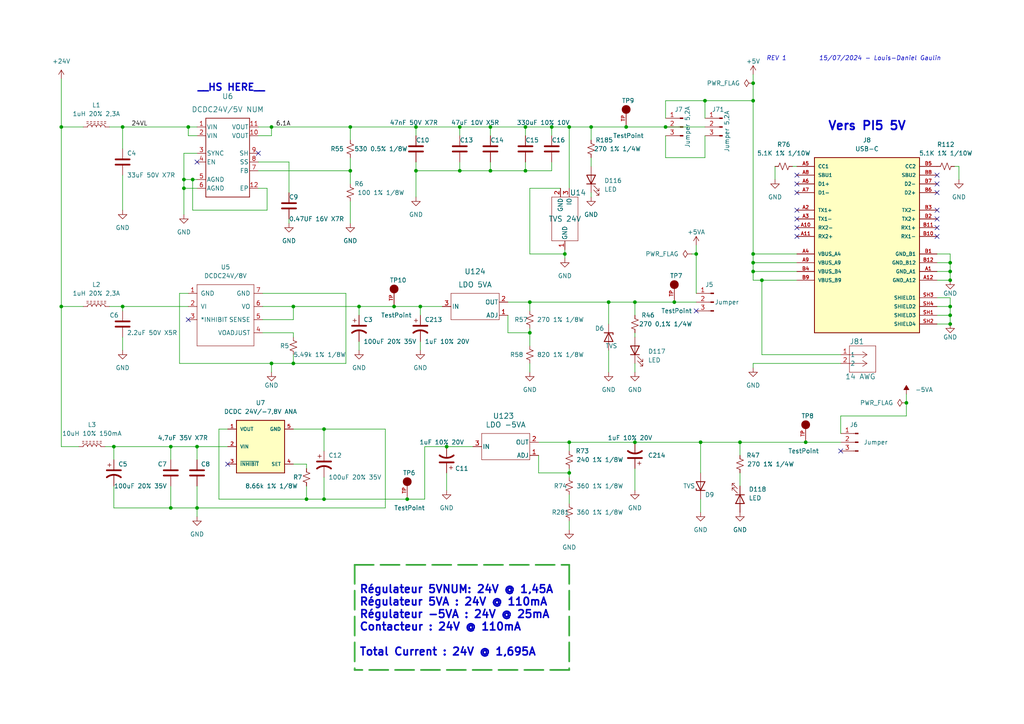
<source format=kicad_sch>
(kicad_sch (version 20211123) (generator eeschema)
  (paper "A4")
  (junction (at 49.53 147.32))
  (junction (at 88.9 144.78))
  (junction (at 218.44 76.2))
  (junction (at 129.54 129.54))
  (junction (at 120.65 49.53))
  (junction (at 218.44 78.74))
  (junction (at 35.56 36.83))
  (junction (at 142.24 36.83))
  (junction (at 181.61 36.83))
  (junction (at 152.4 49.53))
  (junction (at 55.88 52.07))
  (junction (at 133.35 49.53))
  (junction (at 193.04 36.83))
  (junction (at 163.83 73.66))
  (junction (at 275.59 76.2))
  (junction (at 93.98 124.46))
  (junction (at 275.59 78.74))
  (junction (at 57.15 129.54))
  (junction (at 184.15 87.63))
  (junction (at 275.59 88.9))
  (junction (at 35.56 88.9))
  (junction (at 133.35 36.83))
  (junction (at 275.59 81.28))
  (junction (at 142.24 49.53))
  (junction (at 101.6 49.53))
  (junction (at 275.59 93.98))
  (junction (at 165.1 128.27))
  (junction (at 57.15 147.32))
  (junction (at 153.67 96.52))
  (junction (at 114.3 88.9))
  (junction (at 214.63 128.27))
  (junction (at 195.58 87.63))
  (junction (at 54.61 36.83))
  (junction (at 218.44 73.66))
  (junction (at 152.4 36.83))
  (junction (at 118.11 144.78))
  (junction (at 78.74 36.83))
  (junction (at 233.68 128.27))
  (junction (at 201.93 73.66))
  (junction (at 121.92 88.9))
  (junction (at 93.98 144.78))
  (junction (at 220.98 81.28))
  (junction (at 204.47 29.21))
  (junction (at 218.44 24.13))
  (junction (at 49.53 129.54))
  (junction (at 53.34 52.07))
  (junction (at 165.1 137.16))
  (junction (at 165.1 36.83))
  (junction (at 160.02 36.83))
  (junction (at 153.67 87.63))
  (junction (at 203.2 128.27))
  (junction (at 33.02 129.54))
  (junction (at 218.44 29.21))
  (junction (at 85.09 88.9))
  (junction (at 17.78 36.83))
  (junction (at 120.65 36.83))
  (junction (at 171.45 36.83))
  (junction (at 78.74 105.41))
  (junction (at 101.6 36.83))
  (junction (at 17.78 88.9))
  (junction (at 176.53 87.63))
  (junction (at 53.34 54.61))
  (junction (at 85.09 105.41))
  (junction (at 104.14 88.9))
  (junction (at 184.15 128.27))
  (junction (at 275.59 91.44))
  (junction (at 262.89 116.84))
  (no_connect (at 74.93 44.45))
  (no_connect (at 271.78 63.5))
  (no_connect (at 271.78 66.04))
  (no_connect (at 231.14 63.5))
  (no_connect (at 57.15 46.99))
  (no_connect (at 271.78 55.88))
  (no_connect (at 271.78 60.96))
  (no_connect (at 66.04 134.62))
  (no_connect (at 243.84 130.81))
  (no_connect (at 54.61 92.71))
  (no_connect (at 231.14 60.96))
  (no_connect (at 231.14 53.34))
  (no_connect (at 271.78 50.8))
  (no_connect (at 231.14 50.8))
  (no_connect (at 231.14 66.04))
  (no_connect (at 271.78 53.34))
  (no_connect (at 201.93 90.17))
  (no_connect (at 231.14 68.58))
  (no_connect (at 231.14 55.88))
  (no_connect (at 271.78 68.58))
  (wire (pts (xy 31.75 88.9) (xy 35.56 88.9)))
  (wire (pts (xy 118.11 144.78) (xy 123.19 144.78)))
  (wire (pts (xy 184.15 96.52) (xy 184.15 97.79)))
  (wire (pts (xy 152.4 49.53) (xy 142.24 49.53)))
  (wire (pts (xy 53.34 54.61) (xy 53.34 62.23)))
  (wire (pts (xy 120.65 36.83) (xy 133.35 36.83)))
  (wire (pts (xy 184.15 105.41) (xy 184.15 107.95)))
  (wire (pts (xy 271.78 86.36) (xy 275.59 86.36)))
  (wire (pts (xy 142.24 39.37) (xy 142.24 36.83)))
  (wire (pts (xy 78.74 36.83) (xy 101.6 36.83)))
  (wire (pts (xy 152.4 49.53) (xy 160.02 49.53)))
  (wire (pts (xy 120.65 46.99) (xy 120.65 49.53)))
  (wire (pts (xy 53.34 54.61) (xy 57.15 54.61)))
  (wire (pts (xy 33.02 147.32) (xy 49.53 147.32)))
  (wire (pts (xy 57.15 140.97) (xy 57.15 147.32)))
  (wire (pts (xy 218.44 78.74) (xy 231.14 78.74)))
  (wire (pts (xy 78.74 105.41) (xy 78.74 107.95)))
  (wire (pts (xy 165.1 151.13) (xy 165.1 153.67)))
  (wire (pts (xy 165.1 135.89) (xy 165.1 137.16)))
  (wire (pts (xy 85.09 134.62) (xy 88.9 134.62)))
  (wire (pts (xy 152.4 36.83) (xy 160.02 36.83)))
  (wire (pts (xy 204.47 29.21) (xy 218.44 29.21)))
  (wire (pts (xy 218.44 76.2) (xy 231.14 76.2)))
  (wire (pts (xy 57.15 129.54) (xy 66.04 129.54)))
  (wire (pts (xy 129.54 129.54) (xy 137.16 129.54)))
  (wire (pts (xy 49.53 140.97) (xy 49.53 147.32)))
  (wire (pts (xy 156.21 137.16) (xy 165.1 137.16)))
  (wire (pts (xy 55.88 52.07) (xy 57.15 52.07)))
  (wire (pts (xy 57.15 39.37) (xy 54.61 39.37)))
  (wire (pts (xy 243.84 105.41) (xy 218.44 105.41)))
  (wire (pts (xy 153.67 87.63) (xy 176.53 87.63)))
  (wire (pts (xy 35.56 88.9) (xy 35.56 90.17)))
  (wire (pts (xy 153.67 96.52) (xy 153.67 100.33)))
  (wire (pts (xy 63.5 144.78) (xy 88.9 144.78)))
  (wire (pts (xy 275.59 93.98) (xy 271.78 93.98)))
  (wire (pts (xy 271.78 81.28) (xy 275.59 81.28)))
  (wire (pts (xy 88.9 144.78) (xy 88.9 140.97)))
  (wire (pts (xy 171.45 36.83) (xy 181.61 36.83)))
  (wire (pts (xy 85.09 92.71) (xy 85.09 88.9)))
  (wire (pts (xy 88.9 135.89) (xy 88.9 134.62)))
  (wire (pts (xy 57.15 147.32) (xy 111.76 147.32)))
  (wire (pts (xy 171.45 55.88) (xy 171.45 57.15)))
  (wire (pts (xy 85.09 124.46) (xy 93.98 124.46)))
  (wire (pts (xy 271.78 76.2) (xy 275.59 76.2)))
  (polyline (pts (xy 165.1 194.31) (xy 102.87 194.31)) (stroke (width 0.5) (type dash) (color 56 168 58 1)))
  (wire (pts (xy 54.61 85.09) (xy 52.07 85.09)))
  (wire (pts (xy 49.53 129.54) (xy 49.53 133.35)))
  (wire (pts (xy 229.87 48.26) (xy 231.14 48.26)))
  (wire (pts (xy 74.93 49.53) (xy 101.6 49.53)))
  (wire (pts (xy 76.2 88.9) (xy 85.09 88.9)))
  (wire (pts (xy 193.04 45.72) (xy 193.04 39.37)))
  (wire (pts (xy 184.15 87.63) (xy 184.15 91.44)))
  (wire (pts (xy 85.09 88.9) (xy 104.14 88.9)))
  (wire (pts (xy 85.09 97.79) (xy 85.09 96.52)))
  (wire (pts (xy 104.14 99.06) (xy 104.14 101.6)))
  (wire (pts (xy 220.98 102.87) (xy 243.84 102.87)))
  (wire (pts (xy 53.34 52.07) (xy 55.88 52.07)))
  (wire (pts (xy 201.93 73.66) (xy 201.93 85.09)))
  (wire (pts (xy 171.45 45.72) (xy 171.45 48.26)))
  (wire (pts (xy 275.59 88.9) (xy 275.59 91.44)))
  (wire (pts (xy 76.2 96.52) (xy 85.09 96.52)))
  (wire (pts (xy 33.02 140.97) (xy 33.02 147.32)))
  (wire (pts (xy 52.07 85.09) (xy 52.07 105.41)))
  (wire (pts (xy 218.44 105.41) (xy 218.44 106.68)))
  (wire (pts (xy 54.61 39.37) (xy 54.61 36.83)))
  (wire (pts (xy 275.59 73.66) (xy 275.59 76.2)))
  (wire (pts (xy 156.21 128.27) (xy 165.1 128.27)))
  (wire (pts (xy 57.15 44.45) (xy 53.34 44.45)))
  (wire (pts (xy 275.59 86.36) (xy 275.59 88.9)))
  (wire (pts (xy 120.65 49.53) (xy 120.65 57.15)))
  (wire (pts (xy 133.35 39.37) (xy 133.35 36.83)))
  (wire (pts (xy 218.44 78.74) (xy 218.44 81.28)))
  (wire (pts (xy 85.09 105.41) (xy 100.33 105.41)))
  (wire (pts (xy 214.63 128.27) (xy 214.63 132.08)))
  (wire (pts (xy 30.48 129.54) (xy 33.02 129.54)))
  (wire (pts (xy 220.98 81.28) (xy 231.14 81.28)))
  (wire (pts (xy 275.59 76.2) (xy 275.59 78.74)))
  (wire (pts (xy 201.93 73.66) (xy 200.66 73.66)))
  (wire (pts (xy 153.67 87.63) (xy 153.67 90.17)))
  (wire (pts (xy 262.89 114.3) (xy 262.89 116.84)))
  (wire (pts (xy 17.78 36.83) (xy 17.78 88.9)))
  (wire (pts (xy 83.82 55.88) (xy 83.82 46.99)))
  (wire (pts (xy 152.4 46.99) (xy 152.4 49.53)))
  (wire (pts (xy 111.76 124.46) (xy 111.76 147.32)))
  (wire (pts (xy 243.84 125.73) (xy 243.84 120.65)))
  (wire (pts (xy 54.61 36.83) (xy 57.15 36.83)))
  (wire (pts (xy 83.82 46.99) (xy 74.93 46.99)))
  (wire (pts (xy 271.78 73.66) (xy 275.59 73.66)))
  (wire (pts (xy 53.34 52.07) (xy 53.34 54.61)))
  (wire (pts (xy 218.44 73.66) (xy 231.14 73.66)))
  (wire (pts (xy 218.44 76.2) (xy 218.44 78.74)))
  (wire (pts (xy 88.9 144.78) (xy 93.98 144.78)))
  (wire (pts (xy 220.98 81.28) (xy 220.98 102.87)))
  (wire (pts (xy 218.44 73.66) (xy 218.44 76.2)))
  (wire (pts (xy 93.98 144.78) (xy 118.11 144.78)))
  (wire (pts (xy 163.83 73.66) (xy 163.83 72.39)))
  (wire (pts (xy 163.83 74.93) (xy 163.83 73.66)))
  (wire (pts (xy 76.2 92.71) (xy 85.09 92.71)))
  (wire (pts (xy 100.33 85.09) (xy 100.33 105.41)))
  (wire (pts (xy 275.59 91.44) (xy 275.59 93.98)))
  (wire (pts (xy 184.15 128.27) (xy 203.2 128.27)))
  (wire (pts (xy 204.47 39.37) (xy 204.47 45.72)))
  (wire (pts (xy 17.78 129.54) (xy 22.86 129.54)))
  (wire (pts (xy 218.44 24.13) (xy 218.44 29.21)))
  (wire (pts (xy 78.74 105.41) (xy 85.09 105.41)))
  (wire (pts (xy 133.35 36.83) (xy 142.24 36.83)))
  (wire (pts (xy 121.92 88.9) (xy 128.27 88.9)))
  (wire (pts (xy 53.34 44.45) (xy 53.34 52.07)))
  (wire (pts (xy 214.63 128.27) (xy 233.68 128.27)))
  (wire (pts (xy 165.1 143.51) (xy 165.1 146.05)))
  (wire (pts (xy 214.63 137.16) (xy 214.63 140.97)))
  (wire (pts (xy 262.89 120.65) (xy 262.89 116.84)))
  (wire (pts (xy 121.92 91.44) (xy 121.92 88.9)))
  (wire (pts (xy 93.98 138.43) (xy 93.98 144.78)))
  (wire (pts (xy 66.04 124.46) (xy 63.5 124.46)))
  (wire (pts (xy 101.6 45.72) (xy 101.6 49.53)))
  (wire (pts (xy 224.79 48.26) (xy 224.79 52.07)))
  (wire (pts (xy 104.14 88.9) (xy 114.3 88.9)))
  (wire (pts (xy 204.47 29.21) (xy 204.47 34.29)))
  (wire (pts (xy 165.1 36.83) (xy 165.1 54.61)))
  (wire (pts (xy 133.35 49.53) (xy 142.24 49.53)))
  (wire (pts (xy 165.1 128.27) (xy 184.15 128.27)))
  (wire (pts (xy 218.44 21.59) (xy 218.44 24.13)))
  (wire (pts (xy 203.2 128.27) (xy 203.2 137.16)))
  (wire (pts (xy 120.65 36.83) (xy 120.65 39.37)))
  (wire (pts (xy 35.56 88.9) (xy 54.61 88.9)))
  (wire (pts (xy 35.56 60.96) (xy 35.56 50.8)))
  (wire (pts (xy 181.61 36.83) (xy 193.04 36.83)))
  (wire (pts (xy 162.56 54.61) (xy 153.67 54.61)))
  (wire (pts (xy 142.24 36.83) (xy 152.4 36.83)))
  (wire (pts (xy 85.09 102.87) (xy 85.09 105.41)))
  (wire (pts (xy 57.15 129.54) (xy 57.15 133.35)))
  (wire (pts (xy 55.88 60.96) (xy 55.88 52.07)))
  (wire (pts (xy 147.32 87.63) (xy 153.67 87.63)))
  (wire (pts (xy 101.6 36.83) (xy 120.65 36.83)))
  (wire (pts (xy 52.07 105.41) (xy 78.74 105.41)))
  (wire (pts (xy 160.02 46.99) (xy 160.02 49.53)))
  (wire (pts (xy 171.45 36.83) (xy 171.45 40.64)))
  (wire (pts (xy 218.44 29.21) (xy 218.44 73.66)))
  (wire (pts (xy 142.24 46.99) (xy 142.24 49.53)))
  (wire (pts (xy 243.84 120.65) (xy 262.89 120.65)))
  (wire (pts (xy 153.67 54.61) (xy 153.67 73.66)))
  (wire (pts (xy 35.56 97.79) (xy 35.56 101.6)))
  (wire (pts (xy 220.98 81.28) (xy 218.44 81.28)))
  (wire (pts (xy 195.58 87.63) (xy 201.93 87.63)))
  (wire (pts (xy 17.78 88.9) (xy 17.78 129.54)))
  (wire (pts (xy 193.04 29.21) (xy 204.47 29.21)))
  (wire (pts (xy 176.53 101.6) (xy 176.53 107.95)))
  (polyline (pts (xy 102.87 163.83) (xy 102.87 194.31)) (stroke (width 0.5) (type dash) (color 56 168 58 1)))
  (wire (pts (xy 57.15 147.32) (xy 57.15 149.86)))
  (wire (pts (xy 160.02 36.83) (xy 165.1 36.83)))
  (wire (pts (xy 184.15 87.63) (xy 195.58 87.63)))
  (polyline (pts (xy 102.87 163.83) (xy 165.1 163.83)) (stroke (width 0.5) (type dash) (color 56 168 58 1)))
  (wire (pts (xy 77.47 60.96) (xy 55.88 60.96)))
  (wire (pts (xy 74.93 36.83) (xy 78.74 36.83)))
  (wire (pts (xy 160.02 36.83) (xy 160.02 39.37)))
  (wire (pts (xy 275.59 78.74) (xy 275.59 81.28)))
  (wire (pts (xy 123.19 129.54) (xy 129.54 129.54)))
  (wire (pts (xy 165.1 36.83) (xy 171.45 36.83)))
  (wire (pts (xy 101.6 58.42) (xy 101.6 64.77)))
  (wire (pts (xy 49.53 147.32) (xy 57.15 147.32)))
  (wire (pts (xy 147.32 91.44) (xy 147.32 96.52)))
  (wire (pts (xy 104.14 88.9) (xy 104.14 91.44)))
  (wire (pts (xy 165.1 128.27) (xy 165.1 130.81)))
  (wire (pts (xy 203.2 128.27) (xy 214.63 128.27)))
  (wire (pts (xy 193.04 36.83) (xy 204.47 36.83)))
  (wire (pts (xy 93.98 124.46) (xy 93.98 130.81)))
  (wire (pts (xy 204.47 45.72) (xy 193.04 45.72)))
  (wire (pts (xy 133.35 46.99) (xy 133.35 49.53)))
  (wire (pts (xy 153.67 95.25) (xy 153.67 96.52)))
  (wire (pts (xy 156.21 132.08) (xy 156.21 137.16)))
  (wire (pts (xy 165.1 137.16) (xy 165.1 138.43)))
  (wire (pts (xy 271.78 91.44) (xy 275.59 91.44)))
  (wire (pts (xy 101.6 36.83) (xy 101.6 40.64)))
  (wire (pts (xy 74.93 39.37) (xy 78.74 39.37)))
  (wire (pts (xy 17.78 88.9) (xy 24.13 88.9)))
  (wire (pts (xy 176.53 87.63) (xy 176.53 93.98)))
  (wire (pts (xy 278.13 48.26) (xy 278.13 52.07)))
  (wire (pts (xy 101.6 49.53) (xy 101.6 53.34)))
  (wire (pts (xy 31.75 36.83) (xy 35.56 36.83)))
  (wire (pts (xy 35.56 36.83) (xy 35.56 43.18)))
  (wire (pts (xy 17.78 36.83) (xy 24.13 36.83)))
  (wire (pts (xy 78.74 39.37) (xy 78.74 36.83)))
  (wire (pts (xy 120.65 49.53) (xy 133.35 49.53)))
  (wire (pts (xy 193.04 34.29) (xy 193.04 29.21)))
  (wire (pts (xy 233.68 128.27) (xy 243.84 128.27)))
  (polyline (pts (xy 165.1 163.83) (xy 165.1 194.31)) (stroke (width 0.5) (type dash) (color 56 168 58 1)))
  (wire (pts (xy 114.3 88.9) (xy 121.92 88.9)))
  (wire (pts (xy 176.53 87.63) (xy 184.15 87.63)))
  (wire (pts (xy 184.15 135.89) (xy 184.15 142.24)))
  (wire (pts (xy 271.78 78.74) (xy 275.59 78.74)))
  (wire (pts (xy 83.82 63.5) (xy 83.82 64.77)))
  (wire (pts (xy 201.93 71.12) (xy 201.93 73.66)))
  (wire (pts (xy 49.53 129.54) (xy 57.15 129.54)))
  (wire (pts (xy 33.02 133.35) (xy 33.02 129.54)))
  (wire (pts (xy 63.5 124.46) (xy 63.5 144.78)))
  (wire (pts (xy 121.92 99.06) (xy 121.92 101.6)))
  (wire (pts (xy 147.32 96.52) (xy 153.67 96.52)))
  (wire (pts (xy 129.54 137.16) (xy 129.54 142.24)))
  (wire (pts (xy 76.2 85.09) (xy 100.33 85.09)))
  (wire (pts (xy 77.47 54.61) (xy 77.47 60.96)))
  (wire (pts (xy 276.86 48.26) (xy 278.13 48.26)))
  (wire (pts (xy 152.4 39.37) (xy 152.4 36.83)))
  (wire (pts (xy 77.47 54.61) (xy 74.93 54.61)))
  (wire (pts (xy 153.67 105.41) (xy 153.67 107.95)))
  (wire (pts (xy 33.02 129.54) (xy 49.53 129.54)))
  (wire (pts (xy 203.2 144.78) (xy 203.2 148.59)))
  (wire (pts (xy 93.98 124.46) (xy 111.76 124.46)))
  (wire (pts (xy 153.67 73.66) (xy 163.83 73.66)))
  (wire (pts (xy 123.19 144.78) (xy 123.19 129.54)))
  (wire (pts (xy 35.56 36.83) (xy 54.61 36.83)))
  (wire (pts (xy 271.78 88.9) (xy 275.59 88.9)))
  (wire (pts (xy 17.78 22.86) (xy 17.78 36.83)))
  (text "REV 1" (at 222.25 17.78 0) (effects (font (size 1.27 1.27) italic) (justify left bottom)))
  (text "__HS HERE__" (at 57.15 26.67 0) (effects (font (size 2 2) (thickness 0.4) bold) (justify left bottom)))
  (text "15/07/2024 - Louis-Daniel Gaulin" (at 237.49 17.78 0) (effects (font (size 1.27 1.27) italic) (justify left bottom)))
  (text "Vers PI5 5V" (at 240.03 38.1 0) (effects (font (size 2.5 2.5) (thickness 0.5) bold) (justify left bottom)))
  (text "Régulateur 5VNUM: 24V @ 1,45A\nRégulateur 5VA : 24V @ 110mA\nRégulateur -5VA : 24V @ 25mA\nContacteur : 24V @ 110mA\n\nTotal Current : 24V @ 1,695A" (at 104.14 190.5 0) (effects (font (size 2.25 2.25) (thickness 0.45) bold) (justify left bottom)))
  (label "24VL" (at 38.1 36.83 0))
  (label "6.1A" (at 80.01 36.83 0))
  (symbol (lib_id "SymLib:PTN78060WAD") (at 66.04 91.44 0) (unit 1)
    (property "Reference" "U5" (at 65.405 77.47 0))
    (property "Value" "DCDC24V/8V" (at 65.405 80.01 0))
    (property "Footprint" "FootPrintLib:PTN78060WAD" (effects hide))
    (property "DESCRIPTION" "Non-Isolated PoL Module DC DC Converter 1 Output 2.5 ~ 12.6V 3A 7V - 36V Input" (effects hide))
    (property "MANUFACTURER" "Texas Instrument" (effects hide))
    (property "PACKAGE" "7-DIP Module" (effects hide))
    (property "PART NUMBER" "PTN78060WAD" (effects hide))
    (property "TYPE" "SMD" (effects hide))
  )
  (symbol (lib_id "Device:D_Zener") (at 203.2 140.97 90) (unit 1)
    (property "Reference" "D9" (at 204.47 143.51 90) (effects (justify right)))
    (property "Value" "TVS" (at 198.12 140.97 90) (effects (justify right)))
    (property "Footprint" "FootPrint:DPY2_TEX" (effects hide))
    (property "DESCRIPTION" "TVS DIODE 5.5VWM 14VC 2X1SON" (effects hide))
    (property "MANUFACTURER" "Texas Instruments" (effects hide))
    (property "PACKAGE" "0402 (1006 Metric)" (effects hide))
    (property "PART NUMBER" "TPD1E05U06DPYR" (effects hide))
    (property "TYPE" "SMD" (effects hide))
  )
  (symbol (lib_id "power:-5VA") (at 262.89 114.3 0) (unit 1)
    (property "Reference" "#PWR035" (effects hide))
    (property "Value" "-5VA" (at 265.43 113.0299 0) (effects (justify left)))
  )
  (symbol (lib_id "Device:R_Small_US") (at 165.1 140.97 180) (unit 1)
    (property "Reference" "R74" (at 162.56 140.97 0))
    (property "Value" "360 1% 1/8W" (at 173.99 140.97 0))
    (property "Footprint" "Resistor_SMD:R_0805_2012Metric" (effects hide))
    (property "MANUFACTURER" "Panasonic Electronic Components" (effects hide))
    (property "PACKAGE" "0805 (2012 Metric)" (effects hide))
    (property "PART NUMBER" "ERJ-6ENF3600V" (effects hide))
    (property "TYPE" "SMD" (effects hide))
    (property "DESCRIPTION" "360 Ohms ±1% 0.125W, 1/8W Chip Resistor 0805 (2012 Metric) Automotive AEC-Q200 Thick Film" (effects hide))
  )
  (symbol (lib_id "power:+24V") (at 17.78 22.86 0) (unit 1)
    (property "Reference" "#PWR019" (effects hide))
    (property "Value" "+24V" (at 17.78 17.78 0))
  )
  (symbol (lib_id "power:GND") (at 184.15 107.95 0) (unit 1)
    (property "Reference" "#PWR0343" (effects hide))
    (property "Value" "GND" (at 184.15 113.03 0))
  )
  (symbol (lib_id "Device:C") (at 35.56 93.98 0) (unit 1)
    (property "Reference" "C6" (at 31.75 91.44 0) (effects (justify left)))
    (property "Value" "2.2uF 50V X5R" (at 36.83 96.52 0) (effects (justify left)))
    (property "Footprint" "Capacitor_SMD:C_0805_2012Metric" (effects hide))
    (property "MANUFACTURER" "Murata Electronics" (effects hide))
    (property "PACKAGE" "0805 (2012 Metric)" (effects hide))
    (property "PART NUMBER" "GRT21BR61H225KE13L" (effects hide))
    (property "TYPE" "SMD" (effects hide))
    (property "DESCRIPTION" "2.2 µF ±10% 50V Ceramic Capacitor X5R 0805 (2012 Metric)" (effects hide))
  )
  (symbol (lib_id "SymLib:5005") (at 118.11 139.7 90) (unit 1)
    (property "Reference" "TP6" (at 116.84 137.16 90) (effects (justify right)))
    (property "Value" "TestPoint" (at 114.3 147.32 90) (effects (justify right)))
    (property "Footprint" "FootPrint:KEYSTONE_5005" (effects hide))
    (property "MF" "Keystone Electronics" (effects hide))
    (property "DESCRIPTION" "PC TEST POINT COMPACT RED" (effects hide))
    (property "PACKAGE" "0.125\" Dia x 0.220\" L " (effects hide))
    (property "PRICE" "None" (effects hide))
    (property "MP" "5005" (effects hide))
    (property "AVAILABILITY" "In Stock" (effects hide))
    (property "MANUFACTURER" "Keystone Electronics" (effects hide))
    (property "PART NUMBER" "5005" (effects hide))
    (property "TYPE" "Through Hole" (effects hide))
    (property "NOTES" "DO NOT POPULATE" (effects hide))
  )
  (symbol (lib_id "Device:R_Small_US") (at 153.67 102.87 180) (unit 1)
    (property "Reference" "R58" (at 149.86 102.87 0))
    (property "Value" "820 1% 1/8W" (at 162.56 102.87 0))
    (property "Footprint" "Resistor_SMD:R_0805_2012Metric" (effects hide))
    (property "MANUFACTURER" "Panasonic Electronic Components" (effects hide))
    (property "PACKAGE" "0805 (2012 Metric)" (effects hide))
    (property "PART NUMBER" "ERJ-6ENF8200V" (effects hide))
    (property "TYPE" "SMD" (effects hide))
    (property "DESCRIPTION" "820 Ohms ±1% 0.125W, 1/8W Chip Resistor 0805 (2012 Metric) Automotive AEC-Q200 Thick Film" (effects hide))
  )
  (symbol (lib_id "Device:R_Small_US") (at 171.45 43.18 180) (unit 1)
    (property "Reference" "R185" (at 175.26 40.64 0))
    (property "Value" "270 1% 1/4W" (at 179.07 43.18 0))
    (property "Footprint" "Resistor_SMD:R_0805_2012Metric" (effects hide))
    (property "MANUFACTURER" "Panasonic Electronic Components" (effects hide))
    (property "PACKAGE" "0805 (2012 Metric)" (effects hide))
    (property "PART NUMBER" "ERJ-PB6B2700V" (effects hide))
    (property "TYPE" "SMD" (effects hide))
    (property "DESCRIPTION" "270 Ohms ±0.1% 0.25W, 1/4W Chip Resistor 0805 (2012 Metric) Automotive AEC-Q200, Pulse Withstanding Thick Film" (effects hide))
  )
  (symbol (lib_id "SymLib:LM338T_NOPB") (at 109.22 87.63 0) (unit 1)
    (property "Reference" "U124" (at 137.795 78.74 0) (effects (font (size 1.524 1.524))))
    (property "Value" "LDO 5VA" (at 137.795 82.55 0) (effects (font (size 1.524 1.524))))
    (property "Footprint" "FootPrintLib:T03B_TEX" (effects hide))
    (property "Datasheet" "LM338T/NOPB" (effects hide))
    (property "DESCRIPTION" "Linear Voltage Regulator IC Positive Adjustable 1 Output 5A TO-220-3" (effects hide))
    (property "MANUFACTURER" "Texas Instrument" (effects hide))
    (property "PACKAGE" "TO-220-3" (effects hide))
    (property "PART NUMBER" "LM338T/NOPB" (effects hide))
    (property "TYPE" "Through Hole" (effects hide))
  )
  (symbol (lib_id "power:GND") (at 83.82 64.77 0) (unit 1)
    (property "Reference" "#PWR026" (effects hide))
    (property "Value" "GND" (at 83.82 69.85 0))
  )
  (symbol (lib_id "power:+5VA") (at 201.93 71.12 0) (unit 1)
    (property "Reference" "#PWR034" (effects hide))
    (property "Value" "+5VA" (at 201.93 67.31 0))
  )
  (symbol (lib_id "Device:C_Polarized_US") (at 121.92 95.25 0) (unit 1)
    (property "Reference" "C213" (at 123.19 92.71 0) (effects (justify left)))
    (property "Value" "1uF 10% 20V" (at 123.19 99.06 0) (effects (justify left)))
    (property "Footprint" "FootPrintLib:CAPMP3216X180N" (effects hide))
    (property "MANUFACTURER" "KEMET" (effects hide))
    (property "PACKAGE" "1206 (3216 Metric)" (effects hide))
    (property "TYPE" "SMD" (effects hide))
    (property "PART NUMBER" "T491A105K020AT" (effects hide))
    (property "DESCRIPTION" "1 µF Molded Tantalum Capacitors 20 V 1206 (3216 Metric) 9Ohm" (effects hide))
  )
  (symbol (lib_id "SymLib:PTN78000AAH") (at 74.93 129.54 0) (unit 1)
    (property "Reference" "U7" (at 75.565 116.84 0))
    (property "Value" "DCDC 24V/-7,8V ANA" (at 75.565 119.38 0))
    (property "Footprint" "FootPrintLib:PTN78000" (effects hide))
    (property "DESCRIPTION" "Non-Isolated PoL Module DC DC Converter 1 Output -15 ~ -3V 1.5A 7V - 28.7V Input" (effects hide))
    (property "MANUFACTURER" "Texas Instruments" (effects hide))
    (property "PACKAGE" "5-DIP Module" (effects hide))
    (property "PART NUMBER" "PTN78000AAH" (effects hide))
    (property "TYPE" "Through Hole" (effects hide))
  )
  (symbol (lib_id "Device:C") (at 35.56 46.99 0) (unit 1)
    (property "Reference" "C4" (at 36.83 44.45 0) (effects (justify left)))
    (property "Value" "33uF 50V X7R" (at 36.83 50.8 0) (effects (justify left)))
    (property "Footprint" "FootPrintLib:CAPC6153X500N" (effects hide))
    (property "MANUFACTURER" "Murata Electronics" (effects hide))
    (property "PACKAGE" "2J-Lead" (effects hide))
    (property "PART NUMBER" "KCM55WR71H336MH01L" (effects hide))
    (property "TYPE" "Stacked SMD" (effects hide))
    (property "DESCRIPTION" "33 µF ±20% 50V Ceramic Capacitor X7R Stacked SMD, 2 J-Lead" (effects hide))
  )
  (symbol (lib_id "power:GND") (at 78.74 107.95 0) (unit 1)
    (property "Reference" "#PWR027" (effects hide))
    (property "Value" "GND" (at 78.74 111.76 0))
  )
  (symbol (lib_id "Device:C") (at 120.65 43.18 0) (unit 1)
    (property "Reference" "C10" (at 120.65 40.64 0) (effects (justify left)))
    (property "Value" "47nF 50V X7R" (at 113.03 35.56 0) (effects (justify left)))
    (property "Footprint" "Capacitor_SMD:C_1206_3216Metric" (effects hide))
    (property "MANUFACTURER" "YAGEO" (effects hide))
    (property "PACKAGE" "1206 (3216 Metric)" (effects hide))
    (property "PART NUMBER" "CC1206KRX7R9BB473" (effects hide))
    (property "TYPE" "SMD" (effects hide))
    (property "DESCRIPTION" "0.047 µF ±10% 50V Ceramic Capacitor X7R 1206 (3216 Metric)" (effects hide))
  )
  (symbol (lib_id "Device:R_Small_US") (at 184.15 93.98 180) (unit 1)
    (property "Reference" "R46" (at 187.96 91.44 0))
    (property "Value" "270 0,1% 1/4W" (at 193.04 93.98 0))
    (property "Footprint" "Resistor_SMD:R_0805_2012Metric" (effects hide))
    (property "MANUFACTURER" "Panasonic Electronic Components" (effects hide))
    (property "PACKAGE" "0805 (2012 Metric)" (effects hide))
    (property "PART NUMBER" "ERJ-PB6B2700V" (effects hide))
    (property "TYPE" "SMD" (effects hide))
    (property "DESCRIPTION" "270 Ohms ±0.1% 0.25W, 1/4W Chip Resistor 0805 (2012 Metric) Automotive AEC-Q200, Pulse Withstanding Thick Film" (effects hide))
  )
  (symbol (lib_id "power:GND") (at 218.44 106.68 0) (unit 1)
    (property "Reference" "#PWR032" (effects hide))
    (property "Value" "GND" (at 218.44 111.76 0))
  )
  (symbol (lib_id "Connector:Conn_01x03_Male") (at 207.01 87.63 0) (mirror y) (unit 1)
    (property "Reference" "J5" (at 205.74 82.55 0))
    (property "Value" "Jumper" (at 210.82 87.63 0))
    (property "Footprint" "Connector_PinHeader_2.54mm:PinHeader_1x03_P2.54mm_Vertical" (effects hide))
    (property "DESCRIPTION" "CONN HEADER VERT 3POS 2.54MM" (effects hide))
    (property "MANUFACTURER" "Würth Elektronik" (effects hide))
    (property "PACKAGE" "Square 0.100\" (2.54mm)" (effects hide))
    (property "PART NUMBER" "61300311121" (effects hide))
    (property "TYPE" "Through Hole" (effects hide))
  )
  (symbol (lib_id "Device:C") (at 57.15 137.16 0) (mirror y) (unit 1)
    (property "Reference" "C8" (at 60.96 134.62 0) (effects (justify left)))
    (property "Value" "4,7uF 35V X7R" (effects hide))
    (property "Footprint" "Capacitor_SMD:C_0805_2012Metric" (effects hide))
    (property "MANUFACTURER" "Murata Electronics" (effects hide))
    (property "PACKAGE" "0805 (2012 Metric)" (effects hide))
    (property "PART NUMBER" "GRM21BZ7YA475KE15K" (effects hide))
    (property "TYPE" "SMD" (effects hide))
    (property "DESCRIPTION" "4.7 µF ±10% 35V Ceramic Capacitor X7R 0805 (2012 Metric)" (effects hide))
  )
  (symbol (lib_id "Device:L_Ferrite") (at 27.94 36.83 90) (unit 1)
    (property "Reference" "L1" (at 27.94 30.48 90))
    (property "Value" "1uH 20% 2,3A" (at 27.94 33.02 90))
    (property "Footprint" "Inductor_SMD:L_1210_3225Metric" (effects hide))
    (property "MANUFACTURER" "Pulse Electronics" (effects hide))
    (property "PACKAGE" "1210 (3225 Metric)" (effects hide))
    (property "PART NUMBER" "BWQC003225161R0MH1" (effects hide))
    (property "TYPE" "SMD" (effects hide))
    (property "DESCRIPTION" "1 µH Unshielded Drum Core, Wirewound Inductor 2.3 A 45mOhm Max 1210 (3225 Metric)" (effects hide))
  )
  (symbol (lib_id "Device:C_Polarized_US") (at 104.14 95.25 0) (unit 1)
    (property "Reference" "C3" (at 105.41 92.71 0) (effects (justify left)))
    (property "Value" "100uF 20% 35V" (at 105.41 99.06 0) (effects (justify left)))
    (property "Footprint" "FootPrintLib:CAP_K1V101P_PAN" (effects hide))
    (property "MANUFACTURER" "Panasonic Electronic Components" (effects hide))
    (property "PACKAGE" "Radial, Can" (effects hide))
    (property "TYPE" "SMD" (effects hide))
    (property "PART NUMBER" "EEE-FK1V101P" (effects hide))
    (property "DESCRIPTION" "100 µF 35 V Aluminum Electrolytic Capacitors Radial, Can - SMD 2000 Hrs @ 105°C" (effects hide))
  )
  (symbol (lib_id "Device:R_Small_US") (at 101.6 55.88 180) (unit 1)
    (property "Reference" "R6" (at 104.14 53.34 0))
    (property "Value" "100 1% 1/8W" (at 110.49 55.88 0))
    (property "Footprint" "Resistor_SMD:R_0805_2012Metric" (effects hide))
    (property "MANUFACTURER" "Panasonic Electronic Components" (effects hide))
    (property "PACKAGE" "0805 (2012 Metric)" (effects hide))
    (property "PART NUMBER" "ERJ-6ENF1000V" (effects hide))
    (property "TYPE" "SMD" (effects hide))
    (property "DESCRIPTION" "100 Ohms ±1% 0.125W, 1/8W Chip Resistor 0805 (2012 Metric) Automotive AEC-Q200 Thick Film" (effects hide))
  )
  (symbol (lib_id "Device:LED") (at 214.63 144.78 270) (unit 1)
    (property "Reference" "D118" (at 217.17 141.9224 90) (effects (justify left)))
    (property "Value" "LED" (at 217.17 144.4624 90) (effects (justify left)))
    (property "Footprint" "FootPrintLib:WL-SMCW_0603" (effects hide))
    (property "DESCRIPTION" "Red 625nm LED Indication - Discrete 2V 0603 (1608 Metric)" (effects hide))
    (property "MANUFACTURER" "Würth Elektronik" (effects hide))
    (property "PACKAGE" "0603 (1608 Metric)" (effects hide))
    (property "PART NUMBER" "150060RS75000" (effects hide))
    (property "TYPE" "SMD" (effects hide))
  )
  (symbol (lib_id "Device:LED") (at 171.45 52.07 90) (unit 1)
    (property "Reference" "D116" (at 175.26 52.3874 90) (effects (justify right)))
    (property "Value" "LED" (at 175.26 54.9274 90) (effects (justify right)))
    (property "Footprint" "FootPrintLib:WL-SMCW_0603" (effects hide))
    (property "DESCRIPTION" "Red 625nm LED Indication - Discrete 2V 0603 (1608 Metric)" (effects hide))
    (property "MANUFACTURER" "Würth Elektronik" (effects hide))
    (property "PACKAGE" "0603 (1608 Metric)" (effects hide))
    (property "PART NUMBER" "150060RS75000" (effects hide))
    (property "TYPE" "SMD" (effects hide))
  )
  (symbol (lib_id "Device:R_Small_US") (at 165.1 133.35 180) (unit 1)
    (property "Reference" "R73" (at 168.91 130.81 0))
    (property "Value" "240 1% 1/8W" (at 173.99 133.35 0))
    (property "Footprint" "Resistor_SMD:R_0805_2012Metric" (effects hide))
    (property "MANUFACTURER" "Panasonic Electronic Components" (effects hide))
    (property "PACKAGE" "0805 (2012 Metric)" (effects hide))
    (property "PART NUMBER" "ERJ-6ENF2400V" (effects hide))
    (property "TYPE" "SMD" (effects hide))
    (property "DESCRIPTION" "240 Ohms ±1% 0.125W, 1/8W Chip Resistor 0805 (2012 Metric) Automotive AEC-Q200 Thick Film" (effects hide))
  )
  (symbol (lib_id "Device:C_Polarized_US") (at 184.15 132.08 180) (unit 1)
    (property "Reference" "C214" (at 193.04 132.08 0) (effects (justify left)))
    (property "Value" "1uF 10% 20V" (at 189.23 127 0) (effects (justify left)))
    (property "Footprint" "FootPrintLib:CAPMP3216X180N" (effects hide))
    (property "MANUFACTURER" "KEMET" (effects hide))
    (property "PACKAGE" "1206 (3216 Metric)" (effects hide))
    (property "TYPE" "SMD" (effects hide))
    (property "PART NUMBER" "T491A105K020AT" (effects hide))
    (property "DESCRIPTION" "1 µF Molded Tantalum Capacitors 20 V 1206 (3216 Metric) 9Ohm" (effects hide))
  )
  (symbol (lib_id "SymLib:PTSM36ADBZR") (at 163.83 63.5 270) (unit 1)
    (property "Reference" "U14" (at 167.64 55.88 90) (effects (font (size 1.524 1.524))))
    (property "Value" "TVS 24V" (at 163.83 63.5 90) (effects (font (size 1.524 1.524))))
    (property "Footprint" "FootPrint:SOT-23-3_DBZ_TEX" (effects hide))
    (property "DESCRIPTION" "57V (Typ) Clamp 41A (8/20µs) Ipp Tvs Diode Surface Mount SOT-23-3" (effects hide))
    (property "MANUFACTURER" "Texas Instruments" (effects hide))
    (property "PACKAGE" "SOT-23-3" (effects hide))
    (property "PART NUMBER" "TSM36ADBZR" (effects hide))
    (property "TYPE" "SMD" (effects hide))
  )
  (symbol (lib_id "SymLib:5005") (at 114.3 83.82 90) (unit 1)
    (property "Reference" "TP10" (at 113.03 81.28 90) (effects (justify right)))
    (property "Value" "TestPoint" (at 110.49 91.44 90) (effects (justify right)))
    (property "Footprint" "FootPrint:KEYSTONE_5005" (effects hide))
    (property "MF" "Keystone Electronics" (effects hide))
    (property "DESCRIPTION" "PC TEST POINT COMPACT RED" (effects hide))
    (property "PACKAGE" "0.125\" Dia x 0.220\" L " (effects hide))
    (property "PRICE" "None" (effects hide))
    (property "MP" "5005" (effects hide))
    (property "AVAILABILITY" "In Stock" (effects hide))
    (property "MANUFACTURER" "Keystone Electronics" (effects hide))
    (property "PART NUMBER" "5005" (effects hide))
    (property "TYPE" "Through Hole" (effects hide))
    (property "NOTES" "DO NOT POPULATE" (effects hide))
  )
  (symbol (lib_id "power:+5V") (at 218.44 21.59 0) (unit 1)
    (property "Reference" "#PWR036" (effects hide))
    (property "Value" "+5V" (at 218.44 17.78 0))
  )
  (symbol (lib_id "power:GND") (at 35.56 101.6 0) (unit 1)
    (property "Reference" "#PWR022" (effects hide))
    (property "Value" "GND" (at 35.56 106.68 0))
  )
  (symbol (lib_id "Connector:Conn_01x03_Male") (at 209.55 36.83 0) (mirror y) (unit 1)
    (property "Reference" "J71" (at 208.28 31.75 0))
    (property "Value" "Jumper 5,2A" (at 210.82 38.1 90))
    (property "Footprint" "Connector_PinHeader_2.54mm:PinHeader_1x03_P2.54mm_Vertical" (effects hide))
    (property "DESCRIPTION" "Connector Header Through Hole 3 position 0.100\" (2.54mm)" (effects hide))
    (property "MANUFACTURER" "Samtec Inc." (effects hide))
    (property "PACKAGE" "Square 0.100\" (2.54mm)" (effects hide))
    (property "PART NUMBER" "MTLW-103-07-G-S-230" (effects hide))
    (property "TYPE" "Through Hole" (effects hide))
  )
  (symbol (lib_id "power:GND") (at 203.2 148.59 0) (unit 1)
    (property "Reference" "#PWR056" (effects hide))
    (property "Value" "GND" (at 203.2 153.67 0))
  )
  (symbol (lib_id "SymLib:5005") (at 233.68 123.19 90) (unit 1)
    (property "Reference" "TP8" (at 232.41 120.65 90) (effects (justify right)))
    (property "Value" "TestPoint" (at 228.6 130.81 90) (effects (justify right)))
    (property "Footprint" "FootPrint:KEYSTONE_5005" (effects hide))
    (property "MF" "Keystone Electronics" (effects hide))
    (property "DESCRIPTION" "PC TEST POINT COMPACT RED" (effects hide))
    (property "PACKAGE" "0.125\" Dia x 0.220\" L " (effects hide))
    (property "PRICE" "None" (effects hide))
    (property "MP" "5005" (effects hide))
    (property "AVAILABILITY" "In Stock" (effects hide))
    (property "MANUFACTURER" "Keystone Electronics" (effects hide))
    (property "PART NUMBER" "5005" (effects hide))
    (property "TYPE" "Through Hole" (effects hide))
    (property "NOTES" "DO NOT POPULATE" (effects hide))
  )
  (symbol (lib_id "SymLib:LMZ23610TZ_NOPB") (at 72.39 44.45 0) (unit 1)
    (property "Reference" "U6" (at 66.04 27.94 0) (effects (font (size 1.524 1.524))))
    (property "Value" "DCDC24V/5V NUM" (at 66.04 31.75 0) (effects (font (size 1.524 1.524))))
    (property "Footprint" "FootPrint:NDY0011A_L" (effects hide))
    (property "Datasheet" "LMZ23610TZ/NOPB" (effects hide))
    (property "DESCRIPTION" "Non-Isolated PoL Module DC DC Converter 1 Output 0.8 ~ 6V 10A 6V - 36V Input" (effects hide))
    (property "MANUFACTURER" "Texas Instruments" (effects hide))
    (property "PACKAGE" "TO-PMOD-11, Power Module" (effects hide))
    (property "PART NUMBER" "LMZ23610TZ/NOPB" (effects hide))
    (property "TYPE" "SMD" (effects hide))
  )
  (symbol (lib_id "Connector:Conn_01x03_Male") (at 198.12 36.83 0) (mirror y) (unit 1)
    (property "Reference" "J7" (at 196.85 31.75 0))
    (property "Value" "Jumper 5,2A" (at 199.39 36.83 90))
    (property "Footprint" "Connector_PinHeader_2.54mm:PinHeader_1x03_P2.54mm_Vertical" (effects hide))
    (property "DESCRIPTION" "Connector Header Through Hole 3 position 0.100\" (2.54mm)" (effects hide))
    (property "MANUFACTURER" "Samtec Inc." (effects hide))
    (property "PACKAGE" "Square 0.100\" (2.54mm)" (effects hide))
    (property "PART NUMBER" "MTLW-103-07-G-S-230" (effects hide))
    (property "TYPE" "Through Hole" (effects hide))
  )
  (symbol (lib_id "SymLib:5005") (at 181.61 31.75 90) (unit 1)
    (property "Reference" "TP9" (at 180.34 29.21 90) (effects (justify right)))
    (property "Value" "TestPoint" (at 177.8 39.37 90) (effects (justify right)))
    (property "Footprint" "FootPrint:KEYSTONE_5005" (effects hide))
    (property "MF" "Keystone Electronics" (effects hide))
    (property "DESCRIPTION" "PC TEST POINT COMPACT RED" (effects hide))
    (property "PACKAGE" "0.125\" Dia x 0.220\" L " (effects hide))
    (property "PRICE" "None" (effects hide))
    (property "MP" "5005" (effects hide))
    (property "AVAILABILITY" "In Stock" (effects hide))
    (property "MANUFACTURER" "Keystone Electronics" (effects hide))
    (property "PART NUMBER" "5005" (effects hide))
    (property "TYPE" "Through Hole" (effects hide))
    (property "NOTES" "DO NOT POPULATE" (effects hide))
  )
  (symbol (lib_id "Device:R_Small_US") (at 85.09 100.33 180) (unit 1)
    (property "Reference" "R5" (at 82.55 100.33 0))
    (property "Value" "5.49k 1% 1/8W" (at 92.71 102.87 0))
    (property "Footprint" "Resistor_SMD:R_0805_2012Metric" (effects hide))
    (property "MANUFACTURER" "YAGEO" (effects hide))
    (property "PACKAGE" "0805 (2012 Metric)" (effects hide))
    (property "PART NUMBER" "RC0805FR-075K49L" (effects hide))
    (property "TYPE" "SMD" (effects hide))
    (property "DESCRIPTION" "5.49 kOhms ±1% 0.125W, 1/8W Chip Resistor 0805 (2012 Metric) Moisture Resistant Thick Film" (effects hide))
  )
  (symbol (lib_id "Device:C") (at 49.53 137.16 0) (unit 1)
    (property "Reference" "C7" (at 45.72 134.62 0) (effects (justify left)))
    (property "Value" "4,7uF 35V X7R" (at 45.72 127 0) (effects (justify left)))
    (property "Footprint" "Capacitor_SMD:C_0805_2012Metric" (effects hide))
    (property "MANUFACTURER" "Murata Electronics" (effects hide))
    (property "PACKAGE" "0805 (2012 Metric)" (effects hide))
    (property "PART NUMBER" "GRM21BZ7YA475KE15K" (effects hide))
    (property "TYPE" "SMD" (effects hide))
    (property "DESCRIPTION" "4.7 µF ±10% 35V Ceramic Capacitor X7R 0805 (2012 Metric)" (effects hide))
  )
  (symbol (lib_id "Device:C_Polarized_US") (at 33.02 137.16 0) (unit 1)
    (property "Reference" "C5" (at 34.29 134.62 0) (effects (justify left)))
    (property "Value" "100uF 20% 35V" (at 33.02 140.97 0) (effects (justify left)))
    (property "Footprint" "FootPrintLib:CAP_K1V101P_PAN" (effects hide))
    (property "MANUFACTURER" "Panasonic Electronic Components" (effects hide))
    (property "PACKAGE" "Radial, Can" (effects hide))
    (property "TYPE" "SMD" (effects hide))
    (property "PART NUMBER" "EEE-FK1V101P" (effects hide))
    (property "DESCRIPTION" "100 µF 35 V Aluminum Electrolytic Capacitors Radial, Can - SMD 2000 Hrs @ 105°C" (effects hide))
  )
  (symbol (lib_id "Device:C") (at 152.4 43.18 0) (unit 1)
    (property "Reference" "C15" (at 152.4 40.64 0) (effects (justify left)))
    (property "Value" "330uF 10% 10V" (effects hide))
    (property "Footprint" "FootPrintLib:CAPMP7.6X4.3_3.1N_KEM" (effects hide))
    (property "MANUFACTURER" "KEMET" (effects hide))
    (property "PACKAGE" "2917 (7343 Metric)" (effects hide))
    (property "PART NUMBER" "T495D337K010ATE150" (effects hide))
    (property "TYPE" "SMD" (effects hide))
    (property "DESCRIPTION" "330 µF Molded Tantalum Capacitors 10 V 2917 (7343 Metric) 150mOhm" (effects hide))
  )
  (symbol (lib_id "power:GND") (at 53.34 62.23 0) (unit 1)
    (property "Reference" "#PWR023" (effects hide))
    (property "Value" "GND" (at 53.34 67.31 0))
  )
  (symbol (lib_id "power:GND") (at 176.53 107.95 0) (unit 1)
    (property "Reference" "#PWR055" (effects hide))
    (property "Value" "GND" (at 176.53 113.03 0))
  )
  (symbol (lib_id "Device:C_Polarized_US") (at 93.98 134.62 0) (unit 1)
    (property "Reference" "C12" (at 95.25 132.08 0) (effects (justify left)))
    (property "Value" "100uF 20% 35V" (at 95.25 138.43 0) (effects (justify left)))
    (property "Footprint" "FootPrintLib:CAP_K1V101P_PAN" (effects hide))
    (property "MANUFACTURER" "Panasonic Electronic Components" (effects hide))
    (property "PACKAGE" "Radial, Can" (effects hide))
    (property "TYPE" "SMD" (effects hide))
    (property "PART NUMBER" "EEE-FK1V101P" (effects hide))
    (property "DESCRIPTION" "100 µF 35 V Aluminum Electrolytic Capacitors Radial, Can - SMD 2000 Hrs @ 105°C" (effects hide))
  )
  (symbol (lib_id "power:GND") (at 163.83 74.93 0) (unit 1)
    (property "Reference" "#PWR025" (effects hide))
    (property "Value" "GND" (at 163.83 80.01 0))
  )
  (symbol (lib_name "LM338T_NOPB_1") (lib_id "SymLib:LM338T_NOPB") (at 118.11 128.27 0) (unit 1)
    (property "Reference" "U123" (at 146.05 120.65 0) (effects (font (size 1.524 1.524))))
    (property "Value" "LDO -5VA" (at 146.685 123.19 0) (effects (font (size 1.524 1.524))))
    (property "Footprint" "FootPrintLib:TO92260P482H934-3N" (effects hide))
    (property "Datasheet" "LM338T/NOPB" (effects hide))
    (property "DESCRIPTION" "Linear Voltage Regulator IC Negative Adjustable 1 Output 100mA TO-92-3" (effects hide))
    (property "MANUFACTURER" "Texas Instruments" (effects hide))
    (property "PACKAGE" "TO-226-3, TO-92-3 (TO-226AA)" (effects hide))
    (property "PART NUMBER" "LM337LZ/LFT3" (effects hide))
    (property "TYPE" "Through Hole" (effects hide))
  )
  (symbol (lib_id "Device:L_Ferrite") (at 26.67 129.54 90) (unit 1)
    (property "Reference" "L3" (at 26.67 123.19 90))
    (property "Value" "10uH 10% 150mA" (at 26.67 125.73 90))
    (property "Footprint" "FootPrintLib:INDC2012X145N" (effects hide))
    (property "MANUFACTURER" "Taiyo Yuden" (effects hide))
    (property "PACKAGE" "0805 (2012 Metric)" (effects hide))
    (property "PART NUMBER" "LBR2012T100K" (effects hide))
    (property "TYPE" "SMD" (effects hide))
    (property "DESCRIPTION" "10 µH Unshielded Wirewound Inductor 150 mA 360mOhm 0805 (2012 Metric)" (effects hide))
  )
  (symbol (lib_id "Device:C") (at 133.35 43.18 0) (unit 1)
    (property "Reference" "C13" (at 133.35 40.64 0) (effects (justify left)))
    (property "Value" "47uF 10V X5R" (effects hide))
    (property "Footprint" "Capacitor_SMD:C_0805_2012Metric" (effects hide))
    (property "MANUFACTURER" "Murata Electronics" (effects hide))
    (property "PACKAGE" "0805 (2012 Metric)" (effects hide))
    (property "PART NUMBER" "GRM21BR61A476ME15L" (effects hide))
    (property "TYPE" "SMD" (effects hide))
    (property "DESCRIPTION" "47 µF ±20% 10V Ceramic Capacitor X5R 0805 (2012 Metric)" (effects hide))
  )
  (symbol (lib_id "power:GND") (at 101.6 64.77 0) (unit 1)
    (property "Reference" "#PWR028" (effects hide))
    (property "Value" "GND" (at 101.6 69.85 0))
  )
  (symbol (lib_id "Device:C") (at 83.82 59.69 0) (unit 1)
    (property "Reference" "C9" (at 83.82 57.15 0) (effects (justify left)))
    (property "Value" "0.47UF 16V X7R" (at 83.82 63.5 0) (effects (justify left)))
    (property "Footprint" "Capacitor_SMD:C_0805_2012Metric" (effects hide))
    (property "MANUFACTURER" "KYOCERA AVX" (effects hide))
    (property "PACKAGE" "0805 (2012 Metric)" (effects hide))
    (property "PART NUMBER" "KGM21AR71C474KU" (effects hide))
    (property "TYPE" "SMD" (effects hide))
    (property "DESCRIPTION" "0.47 µF ±10% 16V Ceramic Capacitor X7R 0805 (2012 Metric)" (effects hide))
  )
  (symbol (lib_id "Connector:Conn_01x03_Male") (at 248.92 128.27 0) (mirror y) (unit 1)
    (property "Reference" "J6" (at 247.65 123.19 0))
    (property "Value" "Jumper" (at 254 128.27 0))
    (property "Footprint" "Connector_PinHeader_2.54mm:PinHeader_1x03_P2.54mm_Vertical" (effects hide))
    (property "DESCRIPTION" "CONN HEADER VERT 3POS 2.54MM" (effects hide))
    (property "MANUFACTURER" "Würth Elektronik" (effects hide))
    (property "PACKAGE" "Square 0.100\" (2.54mm)" (effects hide))
    (property "PART NUMBER" "61300311121" (effects hide))
    (property "TYPE" "Through Hole" (effects hide))
  )
  (symbol (lib_id "power:GND") (at 121.92 101.6 0) (unit 1)
    (property "Reference" "#PWR037" (effects hide))
    (property "Value" "GND" (at 121.92 106.68 0))
  )
  (symbol (lib_id "Device:R_Small_US") (at 165.1 148.59 180) (unit 1)
    (property "Reference" "R281" (at 162.56 148.59 0))
    (property "Value" "360 1% 1/8W" (at 173.99 148.59 0))
    (property "Footprint" "Resistor_SMD:R_0805_2012Metric" (effects hide))
    (property "MANUFACTURER" "Panasonic Electronic Components" (effects hide))
    (property "PACKAGE" "0805 (2012 Metric)" (effects hide))
    (property "PART NUMBER" "ERJ-6ENF3600V" (effects hide))
    (property "TYPE" "SMD" (effects hide))
    (property "DESCRIPTION" "360 Ohms ±1% 0.125W, 1/8W Chip Resistor 0805 (2012 Metric) Automotive AEC-Q200 Thick Film" (effects hide))
  )
  (symbol (lib_id "SymLib:1729128") (at 241.3 102.87 0) (unit 1)
    (property "Reference" "J81" (at 246.38 99.06 0) (effects (font (size 1.524 1.524)) (justify left)))
    (property "Value" "14 AWG" (at 245.11 109.22 0) (effects (font (size 1.524 1.524)) (justify left)))
    (property "Footprint" "FootPrintLib:PHOENIX_1755736" (effects hide))
    (property "Datasheet" "1755736" (effects hide))
    (property "DESCRIPTION" "2 Position Terminal Block Header, Male Pins, Shrouded (4 Side) 0.200\" (5.08mm) Vertical Through Hole" (effects hide))
    (property "MANUFACTURER" "Phoenix Contact" (effects hide))
    (property "PACKAGE" "2 POS 0.200\" (5.08mm)" (effects hide))
    (property "PART NUMBER" "1755736" (effects hide))
    (property "TYPE" "Through Hole" (effects hide))
  )
  (symbol (lib_id "power:PWR_FLAG") (at 218.44 24.13 90) (unit 1)
    (property "Reference" "#FLG04" (effects hide))
    (property "Value" "PWR_FLAG" (at 214.63 24.1299 90) (effects (justify left)))
  )
  (symbol (lib_id "Device:R_Small_US") (at 214.63 134.62 180) (unit 1)
    (property "Reference" "R47" (at 218.44 132.08 0))
    (property "Value" "270 1% 1/4W" (at 223.52 134.62 0))
    (property "Footprint" "Resistor_SMD:R_0805_2012Metric" (effects hide))
    (property "MANUFACTURER" "Panasonic Electronic Components" (effects hide))
    (property "PACKAGE" "0805 (2012 Metric)" (effects hide))
    (property "PART NUMBER" "ERJ-PB6B2700V" (effects hide))
    (property "TYPE" "SMD" (effects hide))
    (property "DESCRIPTION" "270 Ohms ±0.1% 0.25W, 1/4W Chip Resistor 0805 (2012 Metric) Automotive AEC-Q200, Pulse Withstanding Thick Film" (effects hide))
  )
  (symbol (lib_id "Device:R_Small_US") (at 88.9 138.43 180) (unit 1)
    (property "Reference" "R7" (at 86.36 138.43 0))
    (property "Value" "8.66k 1% 1/8W" (at 78.74 140.97 0))
    (property "Footprint" "Resistor_SMD:R_0805_2012Metric" (effects hide))
    (property "MANUFACTURER" "Panasonic Electronic Components" (effects hide))
    (property "PACKAGE" "0805 (2012 Metric)" (effects hide))
    (property "PART NUMBER" "ERJ-6ENF8661V" (effects hide))
    (property "TYPE" "SMD" (effects hide))
    (property "DESCRIPTION" "8.66 kOhms ±1% 0.125W, 1/8W Chip Resistor 0805 (2012 Metric) Automotive AEC-Q200 Thick Film" (effects hide))
  )
  (symbol (lib_id "Device:C_Polarized_US") (at 129.54 133.35 180) (unit 1)
    (property "Reference" "C11" (at 135.89 135.89 0) (effects (justify left)))
    (property "Value" "1uF 10% 20V" (at 134.62 128.27 0) (effects (justify left)))
    (property "Footprint" "FootPrintLib:CAPMP3216X180N" (effects hide))
    (property "MANUFACTURER" "KEMET" (effects hide))
    (property "PACKAGE" "1206 (3216 Metric)" (effects hide))
    (property "TYPE" "SMD" (effects hide))
    (property "PART NUMBER" "T491A105K020AT" (effects hide))
    (property "DESCRIPTION" "1 µF Molded Tantalum Capacitors 20 V 1206 (3216 Metric) 9Ohm" (effects hide))
  )
  (symbol (lib_id "Device:LED") (at 184.15 101.6 90) (unit 1)
    (property "Reference" "D117" (at 187.96 101.9174 90) (effects (justify right)))
    (property "Value" "LED" (at 187.96 104.4574 90) (effects (justify right)))
    (property "Footprint" "FootPrintLib:WL-SMCW_0603" (effects hide))
    (property "DESCRIPTION" "Red 625nm LED Indication - Discrete 2V 0603 (1608 Metric)" (effects hide))
    (property "MANUFACTURER" "Würth Elektronik" (effects hide))
    (property "PACKAGE" "0603 (1608 Metric)" (effects hide))
    (property "PART NUMBER" "150060RS75000" (effects hide))
    (property "TYPE" "SMD" (effects hide))
  )
  (symbol (lib_id "Device:R_Small_US") (at 227.33 48.26 90) (unit 1)
    (property "Reference" "R76" (at 227.33 41.91 90))
    (property "Value" "5.1K 1% 1/10W" (at 227.33 44.45 90))
    (property "Footprint" "Resistor_SMD:R_0603_1608Metric" (effects hide))
    (property "MANUFACTURER" "Panasonic Electronic Components" (effects hide))
    (property "PACKAGE" "0603 (1608 Metric)" (effects hide))
    (property "PART NUMBER" "ERJ-3EKF5101V" (effects hide))
    (property "TYPE" "SMD" (effects hide))
    (property "DESCRIPTION" "5.1 kOhms ±1% 0.1W, 1/10W Chip Resistor 0603 (1608 Metric) Automotive AEC-Q200 Thick Film" (effects hide))
  )
  (symbol (lib_id "power:GND") (at 184.15 142.24 0) (unit 1)
    (property "Reference" "#PWR0101" (effects hide))
    (property "Value" "GND" (at 184.15 147.32 0))
  )
  (symbol (lib_id "Device:D_Zener") (at 176.53 97.79 270) (unit 1)
    (property "Reference" "D6" (at 175.26 95.25 90) (effects (justify right)))
    (property "Value" "TVS" (at 179.07 100.33 90) (effects (justify right)))
    (property "Footprint" "FootPrint:DPY2_TEX" (effects hide))
    (property "DESCRIPTION" "TVS DIODE 5.5VWM 14VC 2X1SON" (effects hide))
    (property "MANUFACTURER" "Texas Instruments" (effects hide))
    (property "PACKAGE" "0402 (1006 Metric)" (effects hide))
    (property "PART NUMBER" "TPD1E05U06DPYR" (effects hide))
    (property "TYPE" "SMD" (effects hide))
  )
  (symbol (lib_id "Device:L_Ferrite") (at 27.94 88.9 90) (unit 1)
    (property "Reference" "L2" (at 27.94 82.55 90))
    (property "Value" "1uH 20% 2,3A" (at 27.94 85.09 90))
    (property "Footprint" "Inductor_SMD:L_1210_3225Metric" (effects hide))
    (property "MANUFACTURER" "Pulse Electronics" (effects hide))
    (property "PACKAGE" "1210 (3225 Metric)" (effects hide))
    (property "PART NUMBER" "BWQC003225161R0MH1" (effects hide))
    (property "TYPE" "SMD" (effects hide))
    (property "DESCRIPTION" "1 µH Unshielded Drum Core, Wirewound Inductor 2.3 A 45mOhm Max 1210 (3225 Metric)" (effects hide))
  )
  (symbol (lib_id "power:GND") (at 129.54 142.24 0) (unit 1)
    (property "Reference" "#PWR020" (effects hide))
    (property "Value" "GND" (at 129.54 147.32 0))
  )
  (symbol (lib_id "power:GND") (at 120.65 57.15 0) (unit 1)
    (property "Reference" "#PWR029" (effects hide))
    (property "Value" "GND" (at 120.65 62.23 0))
  )
  (symbol (lib_id "power:PWR_FLAG") (at 262.89 116.84 90) (unit 1)
    (property "Reference" "#FLG03" (effects hide))
    (property "Value" "PWR_FLAG" (at 259.08 116.8399 90) (effects (justify left)))
  )
  (symbol (lib_id "power:GND") (at 104.14 101.6 0) (unit 1)
    (property "Reference" "#PWR030" (effects hide))
    (property "Value" "GND" (at 104.14 106.68 0))
  )
  (symbol (lib_id "power:GND") (at 278.13 52.07 0) (unit 1)
    (property "Reference" "#PWR0613" (effects hide))
    (property "Value" "GND" (at 278.13 57.15 0))
  )
  (symbol (lib_id "Device:R_Small_US") (at 101.6 43.18 180) (unit 1)
    (property "Reference" "R55" (at 97.79 43.18 0))
    (property "Value" "530 0.5% 1/8W" (at 110.49 43.18 0))
    (property "Footprint" "Resistor_SMD:R_0805_2012Metric" (effects hide))
    (property "MANUFACTURER" "KOA Speer Electronics, Inc." (effects hide))
    (property "PACKAGE" "0805 (2012 Metric)" (effects hide))
    (property "PART NUMBER" "RN73R2ATTD5300D25" (effects hide))
    (property "TYPE" "SMD" (effects hide))
    (property "DESCRIPTION" "530 Ohms ±0.5% 0.125W, 1/8W Chip Resistor 0805 (2012 Metric) Automotive AEC-Q200, Moisture Resistant Thin Film" (effects hide))
  )
  (symbol (lib_id "power:GND") (at 153.67 107.95 0) (unit 1)
    (property "Reference" "#PWR099" (effects hide))
    (property "Value" "GND" (at 153.67 113.03 0))
  )
  (symbol (lib_id "power:GND") (at 165.1 153.67 0) (unit 1)
    (property "Reference" "#PWR0100" (effects hide))
    (property "Value" "GND" (at 165.1 158.75 0))
  )
  (symbol (lib_id "Device:C") (at 160.02 43.18 0) (unit 1)
    (property "Reference" "C16" (at 160.02 40.64 0) (effects (justify left)))
    (property "Value" "330uF 10% 10V" (at 149.86 35.56 0) (effects (justify left)))
    (property "Footprint" "FootPrintLib:CAPMP7.6X4.3_3.1N_KEM" (effects hide))
    (property "MANUFACTURER" "KEMET" (effects hide))
    (property "PACKAGE" "2917 (7343 Metric)" (effects hide))
    (property "PART NUMBER" "T495D337K010ATE150" (effects hide))
    (property "TYPE" "SMD" (effects hide))
    (property "DESCRIPTION" "330 µF Molded Tantalum Capacitors 10 V 2917 (7343 Metric) 150mOhm" (effects hide))
  )
  (symbol (lib_id "Device:R_Small_US") (at 274.32 48.26 90) (unit 1)
    (property "Reference" "R112" (at 274.32 41.91 90))
    (property "Value" "5.1K 1% 1/10W" (at 274.32 44.45 90))
    (property "Footprint" "Resistor_SMD:R_0603_1608Metric" (effects hide))
    (property "MANUFACTURER" "Panasonic Electronic Components" (effects hide))
    (property "PACKAGE" "0603 (1608 Metric)" (effects hide))
    (property "PART NUMBER" "ERJ-3EKF5101V" (effects hide))
    (property "TYPE" "SMD" (effects hide))
    (property "DESCRIPTION" "5.1 kOhms ±1% 0.1W, 1/10W Chip Resistor 0603 (1608 Metric) Automotive AEC-Q200 Thick Film" (effects hide))
  )
  (symbol (lib_id "SymLib:1054500101") (at 251.46 71.12 0) (unit 1)
    (property "Reference" "J8" (at 251.46 40.64 0))
    (property "Value" "USB-C" (at 251.46 43.18 0))
    (property "Footprint" "FootPrintLib:MOLEX_1054500101" (effects hide))
    (property "PARTREV" "A7" (effects hide))
    (property "STANDARD" "Manufacturer Recommendations" (effects hide))
    (property "OPTION" "MOLEX_CONFIG" (effects hide))
    (property "MAXIMUM_PACKAGE_HEIGHT" "3.24mm" (effects hide))
    (property "MANUFACTURER" "Molex" (effects hide))
    (property "DESCRIPTION" "USB-C (USB TYPE-C) USB 3.2 Gen 2 (USB 3.1 Gen 2, Superspeed + (USB 3.1)) Receptacle Connector 24 Position Surface Mount, Right Angle; Through Hole" (effects hide))
    (property "PART NUMBER" "1054500101" (effects hide))
    (property "TYPE" "SMD" (effects hide))
  )
  (symbol (lib_id "power:PWR_FLAG") (at 200.66 73.66 90) (unit 1)
    (property "Reference" "#FLG02" (effects hide))
    (property "Value" "PWR_FLAG" (at 196.85 73.6599 90) (effects (justify left)))
  )
  (symbol (lib_id "power:GND") (at 35.56 60.96 0) (unit 1)
    (property "Reference" "#PWR021" (effects hide))
    (property "Value" "GND" (at 35.56 66.04 0))
  )
  (symbol (lib_id "Device:C") (at 142.24 43.18 0) (unit 1)
    (property "Reference" "C14" (at 142.24 40.64 0) (effects (justify left)))
    (property "Value" "47uF 10V X5R" (at 130.81 35.56 0) (effects (justify left)))
    (property "Footprint" "Capacitor_SMD:C_0805_2012Metric" (effects hide))
    (property "MANUFACTURER" "Murata Electronics" (effects hide))
    (property "PACKAGE" "0805 (2012 Metric)" (effects hide))
    (property "PART NUMBER" "GRM21BR61A476ME15L" (effects hide))
    (property "TYPE" "SMD" (effects hide))
    (property "DESCRIPTION" "47 µF ±20% 10V Ceramic Capacitor X5R 0805 (2012 Metric)" (effects hide))
  )
  (symbol (lib_id "SymLib:5005") (at 195.58 82.55 90) (unit 1)
    (property "Reference" "TP7" (at 194.31 80.01 90) (effects (justify right)))
    (property "Value" "TestPoint" (at 191.77 90.17 90) (effects (justify right)))
    (property "Footprint" "FootPrint:KEYSTONE_5005" (effects hide))
    (property "MF" "Keystone Electronics" (effects hide))
    (property "DESCRIPTION" "PC TEST POINT COMPACT RED" (effects hide))
    (property "PACKAGE" "0.125\" Dia x 0.220\" L " (effects hide))
    (property "PRICE" "None" (effects hide))
    (property "MP" "5005" (effects hide))
    (property "AVAILABILITY" "In Stock" (effects hide))
    (property "MANUFACTURER" "Keystone Electronics" (effects hide))
    (property "PART NUMBER" "5005" (effects hide))
    (property "TYPE" "Through Hole" (effects hide))
    (property "NOTES" "DO NOT POPULATE" (effects hide))
  )
  (symbol (lib_id "power:GND") (at 57.15 149.86 0) (unit 1)
    (property "Reference" "#PWR024" (effects hide))
    (property "Value" "GND" (at 57.15 154.94 0))
  )
  (symbol (lib_id "power:GND") (at 275.59 81.28 0) (unit 1)
    (property "Reference" "#PWR0481" (effects hide))
    (property "Value" "GND" (at 275.59 85.09 0))
  )
  (symbol (lib_id "power:GND") (at 275.59 93.98 0) (unit 1)
    (property "Reference" "#PWR0612" (effects hide))
    (property "Value" "GND" (at 275.59 97.79 0))
  )
  (symbol (lib_id "power:GND") (at 224.79 52.07 0) (unit 1)
    (property "Reference" "#PWR0102" (effects hide))
    (property "Value" "GND" (at 224.79 57.15 0))
  )
  (symbol (lib_id "power:GND") (at 171.45 57.15 0) (unit 1)
    (property "Reference" "#PWR0342" (effects hide))
    (property "Value" "GND" (at 171.45 62.23 0))
  )
  (symbol (lib_id "Device:R_Small_US") (at 153.67 92.71 180) (unit 1)
    (property "Reference" "R57" (at 151.13 92.71 0))
    (property "Value" "270 1% 1/8W" (at 162.56 92.71 0))
    (property "Footprint" "Resistor_SMD:R_0805_2012Metric" (effects hide))
    (property "MANUFACTURER" "Panasonic Electronic Components" (effects hide))
    (property "PACKAGE" "0805 (2012 Metric)" (effects hide))
    (property "PART NUMBER" "ERJ-6ENF2700V" (effects hide))
    (property "TYPE" "SMD" (effects hide))
    (property "DESCRIPTION" "270 Ohms ±1% 0.125W, 1/8W Chip Resistor 0805 (2012 Metric) Automotive AEC-Q200 Thick Film" (effects hide))
  )
  (symbol (lib_id "power:GND") (at 214.63 148.59 0) (unit 1)
    (property "Reference" "#PWR0344" (effects hide))
    (property "Value" "GND" (at 214.63 153.67 0))
  )
)
</source>
